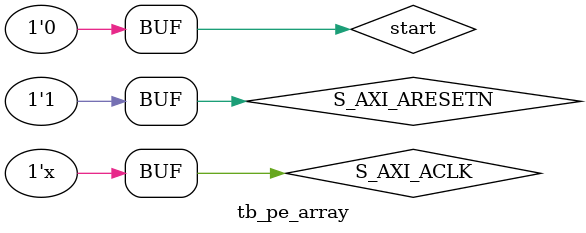
<source format=v>
`timescale 1ns / 1ps

module tb_pe_array();

    reg start;
    wire done;
    reg S_AXI_ARESETN;
    reg S_AXI_ACLK;
    wire [31:0] BRAM_ADDR;
    wire [31:0] BRAM_RDDATA;
    wire [31:0] BRAM_WRDATA;
    wire [3:0] BRAM_WE;
    wire BRAM_CLK;
    
    my_pe_array PE_ARRAY(
        .start(start),
        .done(done),
        .S_AXI_ACLK(S_AXI_ACLK),
        .S_AXI_ARESETN(S_AXI_ARESETN),
        .BRAM_ADDR(BRAM_ADDR),
        .BRAM_RDDATA(BRAM_RDDATA),
        .BRAM_WRDATA(BRAM_WRDATA),
        .BRAM_WE(BRAM_WE),
        .BRAM_CLK(BRAM_CLK)
    );
    
    my_bram #(
        .BRAM_ADDR_WIDTH(32)
    ) BRAM (
        .BRAM_ADDR(BRAM_ADDR),
        .BRAM_CLK(BRAM_CLK),
        .BRAM_WRDATA(BRAM_WRDATA),
        .BRAM_RDDATA(BRAM_RDDATA),
        .BRAM_EN(1'b1),
        .BRAM_RST(~S_AXI_ARESETN),
        .BRAM_WE(BRAM_WE),
        .done(done)
    );
    
    initial begin
        start <= 0;
        S_AXI_ACLK <= 0;
        S_AXI_ARESETN <= 0;
        #100; 
        S_AXI_ARESETN <= 1;
        start <= 1;
        #10;
        start <= 0;
    end
    
    always #5 S_AXI_ACLK = ~S_AXI_ACLK;

endmodule

</source>
